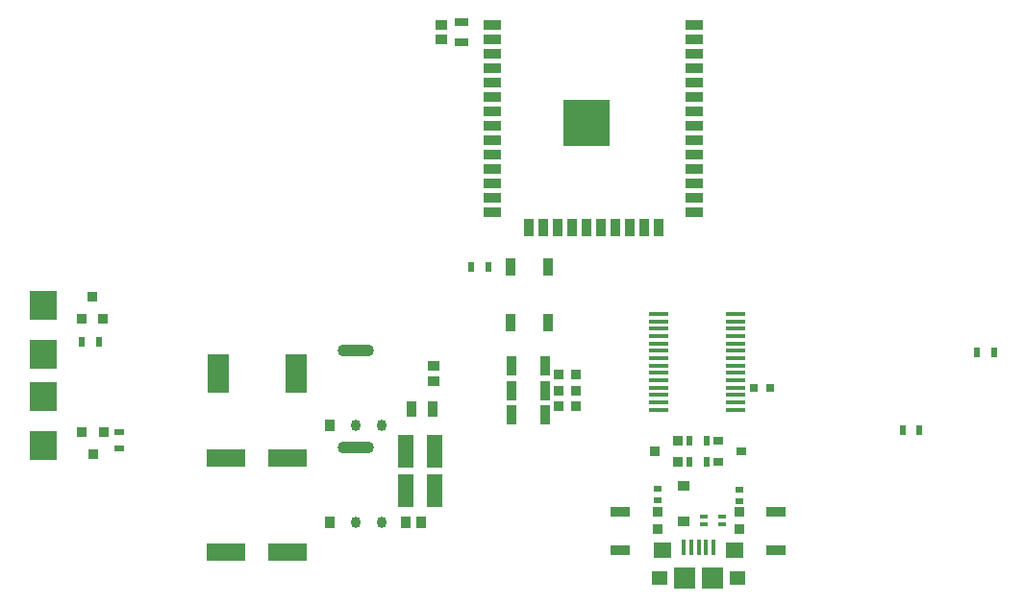
<source format=gtp>
%FSLAX33Y33*%
%MOMM*%
%AMRect-W800000-H1700000-RO1.500*
21,1,0.8,1.7,0.,0.,90*%
%AMRect-W1752833-H382672-RO1.000*
21,1,1.752833,0.382672,0.,0.,180*%
%AMRR-H382672-W1752833-R191336-RO1.000*
21,1,1.370161,0.382672,0.,0.,180*
1,1,0.382672,0.6850805,-0.*
1,1,0.382672,-0.6850805,-0.*
1,1,0.382672,-0.6850805,0.*
1,1,0.382672,0.6850805,0.*%
%AMRect-W900000-H950000-RO0.500*
21,1,0.9,0.95,0.,0.,270*%
%AMRect-W600000-H1250000-RO0.500*
21,1,0.6,1.25,0.,0.,270*%
%AMRect-W300000-H600000-RO1.500*
21,1,0.3,0.6,0.,0.,90*%
%AMRect-W800000-H800000-RO0.500*
21,1,0.8,0.8,0.,0.,270*%
%AMRect-W900000-H800000-RO0.500*
21,1,0.9,0.8,0.,0.,270*%
%AMRect-W800000-H1700000-RO0.500*
21,1,0.8,1.7,0.,0.,270*%
%AMRect-W800000-H800000-RO1.500*
21,1,0.8,0.8,0.,0.,90*%
%AMRect-W854139-H954975-RO1.500*
21,1,0.854139,0.954975,0.,0.,90*%
%AMRect-W1004294-H872132-RO1.500*
21,1,1.004294,0.872132,0.,0.,90*%
%AMRR-H872132-W1004294-R436066-RO1.500*
21,1,0.132162,0.872132,0.,0.,90*
1,1,0.872132,-0.,-0.066081*
1,1,0.872132,-0.,0.066081*
1,1,0.872132,0.,0.066081*
1,1,0.872132,0.,-0.066081*%
%AMRR-H3182132-W1004294-R436066-RO1.500*
21,1,0.132162,3.182132,0.,0.,90*
21,1,1.004294,2.31,0.,0.,90*
1,1,0.872132,-1.155,-0.066081*
1,1,0.872132,-1.155,0.066081*
1,1,0.872132,1.155,0.066081*
1,1,0.872132,1.155,-0.066081*%
%AMRect-W800000-H800000-RO1.000*
21,1,0.8,0.8,0.,0.,180*%
%AMRect-W900000-H800000-RO1.500*
21,1,0.9,0.8,0.,0.,90*%
%AMRect-W500000-H900000-RO1.000*
21,1,0.5,0.9,0.,0.,180*%
%AMRect-W2500000-H2300000-RO0.500*
21,1,2.5,2.3,0.,0.,270*%
%AMRect-W2500000-H2300000-RO1.500*
21,1,2.5,2.3,0.,0.,90*%
%AMRect-W900000-H800000-RO1.000*
21,1,0.9,0.8,0.,0.,180*%
%AMRect-W1500000-H900000-RO1.500*
21,1,1.5,0.9,0.,0.,90*%
%AMRect-W900000-H1700000-RO1.000*
21,1,0.9,1.7,0.,0.,180*%
%AMRect-W500000-H600000-RO1.500*
21,1,0.5,0.6,0.,0.,90*%
%AMRect-W1400000-H2800000-RO1.000*
21,1,1.4,2.8,0.,0.,180*%
%AMRect-W854139-H954975-RO1.000*
21,1,0.854139,0.954975,0.,0.,180*%
%AMRect-W500000-H900000-RO1.500*
21,1,0.5,0.9,0.,0.,90*%
%ADD10R,0.9X1.7*%
%ADD11Rect-W800000-H1700000-RO1.500*%
%ADD12Rect-W1752833-H382672-RO1.000*%
%ADD13RR-H382672-W1752833-R191336-RO1.000*%
%ADD14Rect-W900000-H950000-RO0.500*%
%ADD15Rect-W600000-H1250000-RO0.500*%
%ADD16Rect-W300000-H600000-RO1.500*%
%ADD17Rect-W800000-H800000-RO0.500*%
%ADD18Rect-W900000-H800000-RO0.500*%
%ADD19Rect-W800000-H1700000-RO0.500*%
%ADD20Rect-W800000-H800000-RO1.500*%
%ADD21Rect-W854139-H954975-RO1.500*%
%ADD22Rect-W1004294-H872132-RO1.500*%
%ADD23RR-H872132-W1004294-R436066-RO1.500*%
%ADD24RR-H3182132-W1004294-R436066-RO1.500*%
%ADD25R,0.7X0.7*%
%ADD26Rect-W800000-H800000-RO1.000*%
%ADD27Rect-W900000-H800000-RO1.500*%
%ADD28R,0.5X0.9*%
%ADD29Rect-W500000-H900000-RO1.000*%
%ADD30Rect-W2500000-H2300000-RO0.500*%
%ADD31R,1.96X3.39*%
%ADD32Rect-W2500000-H2300000-RO1.500*%
%ADD33Rect-W900000-H800000-RO1.000*%
%ADD34R,4.099999X4.099999*%
%ADD35R,0.9X1.5*%
%ADD36R,1.5X0.9*%
%ADD37R,0.9X0.8*%
%ADD38Rect-W1500000-H900000-RO1.500*%
%ADD39Rect-W900000-H1700000-RO1.000*%
%ADD40R,3.5X1.6*%
%ADD41Rect-W500000-H600000-RO1.500*%
%ADD42Rect-W1400000-H2800000-RO1.000*%
%ADD43R,0.4X1.35*%
%ADD44R,1.6X1.4*%
%ADD45R,1.45X1.3*%
%ADD46R,1.9X1.9*%
%ADD47Rect-W854139-H954975-RO1.000*%
%ADD48Rect-W500000-H900000-RO1.500*%
%ADD49R,0.95X1.4*%
D10*
%LNtop paste_traces*%
%LNtop paste component 0482f48a0a855ddf*%
G01*
X-67175Y-9650D03*
X-64275Y-9650D03*
%LNtop paste component 6813cacbefd1e2b9*%
D11*
X-43925Y-25900D03*
X-43925Y-22500D03*
%LNtop paste component 3db6a5b20525de24*%
D12*
X-47475Y-13500D03*
D13*
X-47475Y-12850D03*
X-47475Y-12200D03*
X-47475Y-11550D03*
X-47475Y-10900D03*
X-47475Y-10250D03*
X-47475Y-9600D03*
X-47475Y-8950D03*
X-47475Y-8300D03*
X-47475Y-7650D03*
X-47475Y-7000D03*
X-47475Y-6350D03*
X-47475Y-5700D03*
X-47475Y-5050D03*
X-54225Y-5050D03*
X-54225Y-5700D03*
X-54225Y-6350D03*
X-54225Y-7000D03*
X-54225Y-7650D03*
X-54225Y-8300D03*
X-54225Y-8950D03*
X-54225Y-9600D03*
X-54225Y-10250D03*
X-54225Y-10900D03*
X-54225Y-11550D03*
X-54225Y-12200D03*
X-54225Y-12850D03*
X-54225Y-13500D03*
%LNtop paste component e5f8c1f535fec6ea*%
D14*
X-52025Y-20200D03*
X-52025Y-23350D03*
%LNtop paste component 252a53037974c115*%
D15*
X-71575Y20705D03*
X-71575Y18905D03*
%LNtop paste component fe80ee474570cac8*%
D16*
X-48700Y-23600D03*
X-48700Y-22900D03*
%LNtop paste component 10b1d0880790c1b8*%
D17*
X-54325Y-22500D03*
X-54325Y-24000D03*
%LNtop paste component 7dfbba8ca001c3b6*%
D18*
X-103125Y-15430D03*
X-105025Y-15430D03*
X-104075Y-17430D03*
%LNtop paste component 874acaaaf3958b77*%
D19*
X-57675Y-22500D03*
X-57675Y-25900D03*
%LNtop paste component e8ebb05cec54ac0d*%
D20*
X-47125Y-24000D03*
X-47125Y-22500D03*
%LNtop paste component c153c2d1b3039095*%
D21*
X-74048Y-10973D03*
X-74048Y-9672D03*
%LNtop paste component e17a0e78ec20d950*%
D22*
X-83190Y-14895D03*
D23*
X-80900Y-14895D03*
X-78610Y-14895D03*
D24*
X-80900Y-8305D03*
%LNtop paste component 2322a58d1cfe3815*%
D25*
X-45850Y-11550D03*
X-44450Y-11550D03*
%LNtop paste component 69f7728837d07548*%
D26*
X-61550Y-13225D03*
X-63050Y-13225D03*
%LNtop paste component ccbb334a3726f3a3*%
D27*
X-105050Y-5500D03*
X-103150Y-5500D03*
X-104100Y-3500D03*
%LNtop paste component cb29e8d30bbfcf00*%
D28*
X-51550Y-16200D03*
X-50050Y-16200D03*
%LNtop paste component cdd3a1667d55a24f*%
D29*
X-24730Y-8450D03*
X-26230Y-8450D03*
%LNtop paste component 9bccb15b690cf48e*%
X-31265Y-15300D03*
X-32765Y-15300D03*
%LNtop paste component e0f57ae9b30cb9e8*%
D30*
X-108400Y-12330D03*
X-108400Y-16630D03*
%LNtop paste component e1627baf1bdf1fe8*%
D16*
X-50250Y-23600D03*
X-50250Y-22900D03*
%LNtop paste component 56bb46b189b3895e*%
D29*
X-103550Y-7475D03*
X-105050Y-7475D03*
%LNtop paste component 9fbc797a11fedfa8*%
D21*
X-73350Y19155D03*
X-73350Y20456D03*
%LNtop paste component 1b8a31d8bfee9382*%
D31*
X-93005Y-10325D03*
X-86195Y-10325D03*
%LNtop paste component 4c982ed5264ea73b*%
D29*
X-50050Y-18100D03*
X-51550Y-18100D03*
%LNtop paste component 10c78444f405e5b2*%
D22*
X-83215Y-23445D03*
D23*
X-80925Y-23445D03*
X-78635Y-23445D03*
D24*
X-80925Y-16855D03*
%LNtop paste component 33150007373fcac5*%
D32*
X-108400Y-8600D03*
X-108400Y-4300D03*
%LNtop paste component b82c1ab224868cec*%
D33*
X-52575Y-18100D03*
X-52575Y-16200D03*
X-54575Y-17150D03*
%LNtop paste component 90b1addd98e51485*%
D34*
X-60625Y11775D03*
D35*
X-65685Y2525D03*
X-64415Y2525D03*
X-63145Y2525D03*
X-61875Y2525D03*
X-60605Y2525D03*
X-59335Y2525D03*
X-58065Y2525D03*
X-56795Y2525D03*
X-55525Y2525D03*
X-54255Y2525D03*
D36*
X-68875Y20425D03*
X-68875Y19155D03*
X-68875Y17885D03*
X-68875Y16615D03*
X-68875Y15345D03*
X-68875Y14075D03*
X-68875Y12805D03*
X-68875Y11535D03*
X-68875Y10265D03*
X-68875Y8995D03*
X-68875Y7725D03*
X-68875Y6455D03*
X-68875Y5185D03*
X-68875Y3915D03*
X-51075Y3915D03*
X-51075Y5185D03*
X-51075Y6455D03*
X-51075Y7725D03*
X-51075Y8995D03*
X-51075Y10265D03*
X-51075Y11535D03*
X-51075Y12805D03*
X-51075Y14075D03*
X-51075Y15345D03*
X-51075Y16615D03*
X-51075Y17885D03*
X-51075Y19155D03*
X-51075Y20425D03*
%LNtop paste component cea296ead8353e7d*%
D37*
X-48975Y-16200D03*
X-48975Y-18100D03*
X-46975Y-17150D03*
%LNtop paste component 3f845e058fdd5e1f*%
D28*
X-70725Y-0925D03*
X-69225Y-0925D03*
%LNtop paste component 707d07d50a841e56*%
D38*
X-67275Y-5825D03*
X-63975Y-5825D03*
X-63975Y-0925D03*
X-67275Y-0925D03*
%LNtop paste component ff541e940e5d7fe4*%
D39*
X-64275Y-11800D03*
X-67175Y-11800D03*
%LNtop paste component d0480286b2d570aa*%
D40*
X-92325Y-17800D03*
X-86925Y-17800D03*
%LNtop paste component 572823f635f88fe9*%
D41*
X-54325Y-21450D03*
X-54325Y-20450D03*
%LNtop paste component cdbf310ff226334c*%
D26*
X-61550Y-10375D03*
X-63050Y-10375D03*
%LNtop paste component 498e91e107611f94*%
D42*
X-73950Y-17125D03*
X-76550Y-17125D03*
%LNtop paste component b53fcbc86ee9c919*%
D40*
X-92325Y-26050D03*
X-86925Y-26050D03*
%LNtop paste component 9535f7950e9c5dc2*%
D42*
X-73950Y-20600D03*
X-76550Y-20600D03*
%LNtop paste component 56c081ad7e014188*%
D39*
X-64275Y-13950D03*
X-67175Y-13950D03*
%LNtop paste component c598bdc0c98843fc*%
D43*
X-52025Y-25650D03*
X-51375Y-25650D03*
X-50725Y-25650D03*
X-50075Y-25650D03*
X-49425Y-25650D03*
D44*
X-53925Y-25875D03*
X-47525Y-25875D03*
D45*
X-54150Y-28325D03*
X-47300Y-28325D03*
D46*
X-51925Y-28325D03*
X-49525Y-28325D03*
%LNtop paste component 081f6af8756ef78d*%
D47*
X-75202Y-23420D03*
X-76503Y-23420D03*
%LNtop paste component 7e470e73fc1de78b*%
D41*
X-47125Y-21550D03*
X-47125Y-20550D03*
%LNtop paste component 7cb94848dd239724*%
D48*
X-101775Y-16930D03*
X-101775Y-15430D03*
%LNtop paste component d00ebfb179eb73d3*%
D49*
X-75977Y-13475D03*
X-74127Y-13475D03*
%LNtop paste component 9fb37c9d45968661*%
D26*
X-61550Y-11800D03*
X-63050Y-11800D03*
M02*
</source>
